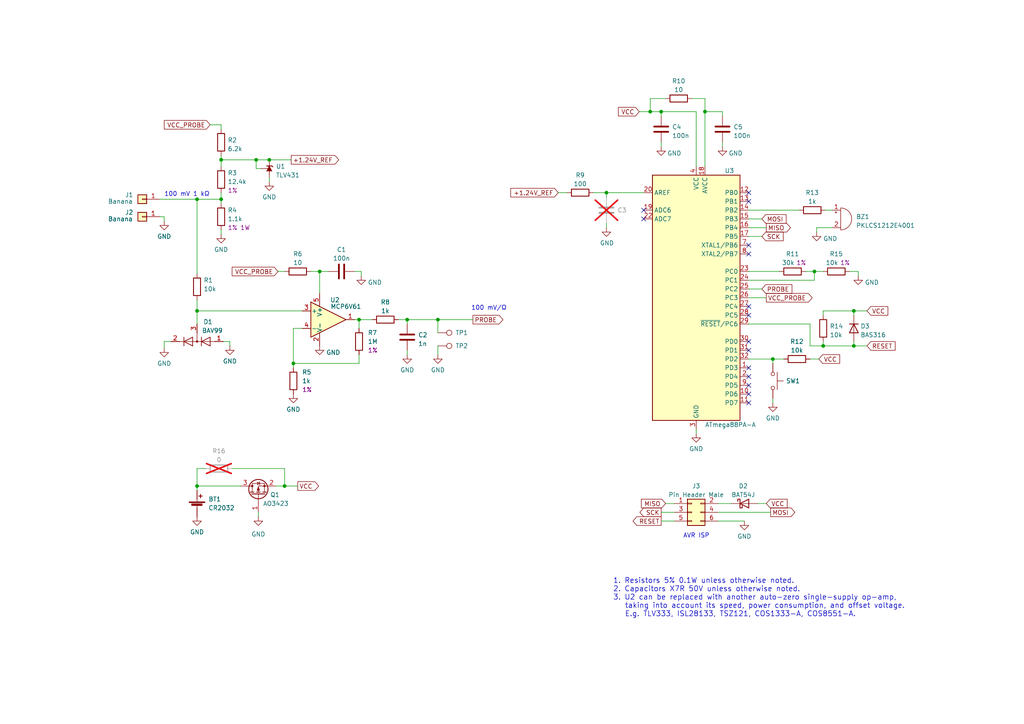
<source format=kicad_sch>
(kicad_sch (version 20250114) (generator "eeschema") (generator_version "9.0")
  (paper "A4")
  (title_block (title "Continuity Tester") (rev "3"))
  (lib_symbols
    (symbol "Amplifier_Operational:OPA333xxDBV" (pin_names (offset 0.127))
      (property "Reference" "U" (at -1.27 6.35 0))
      (property "Value" "OPA333xxDBV" (at -1.27 3.81 0))
      (symbol "OPA333xxDBV_0_1"
        (polyline (pts (xy -5.08 5.08) (xy 5.08 0) (xy -5.08 -5.08) (xy -5.08 5.08)) (stroke (width 0.254)) (fill (type background)))
        (pin power_in line (at -2.54 7.62 270) (length 3.81) (name "V+") (number "5"))
        (pin power_in line (at -2.54 -7.62 90) (length 3.81) (name "V-") (number "2"))
      )
      (symbol "OPA333xxDBV_1_1"
        (pin input line (at -7.62 2.54 0) (length 2.54) (name "+") (number "3"))
        (pin input line (at -7.62 -2.54 0) (length 2.54) (name "-") (number "4"))
        (pin output line (at 7.62 0 180) (length 2.54) (name "~") (number "1"))
      )
    )
    (symbol "Connector:TestPoint" (pin_numbers (hide yes)) (pin_names (offset 0.762) (hide yes))
      (property "Reference" "TP" (at 0 6.858 0))
      (property "Value" "TestPoint" (at 0 5.08 0))
      (symbol "TestPoint_0_1"
        (circle (center 0 3.302) (radius 0.762))
      )
      (symbol "TestPoint_1_1"
        (pin passive line (at 0 0 90) (length 2.54) (name "1") (number "1"))
      )
    )
    (symbol "Connector_Generic:Conn_01x01" (pin_names (offset 1.016) (hide yes))
      (property "Reference" "J" (at 0 2.54 0))
      (property "Value" "Conn_01x01" (at 0 -2.54 0))
      (symbol "Conn_01x01_1_1"
        (rectangle (start -1.27 1.27) (end 1.27 -1.27) (stroke (width 0.254)) (fill (type background)))
        (rectangle (start -1.27 0.127) (end 0 -0.127) (stroke (width 0.1524)))
        (pin passive line (at -5.08 0 0) (length 3.81) (name "Pin_1") (number "1"))
      )
    )
    (symbol "Connector_Generic:Conn_02x03_Odd_Even" (pin_names (offset 1.016) (hide yes))
      (property "Reference" "J" (at 1.27 5.08 0))
      (property "Value" "Conn_02x03_Odd_Even" (at 1.27 -5.08 0))
      (symbol "Conn_02x03_Odd_Even_1_1"
        (rectangle (start -1.27 3.81) (end 3.81 -3.81) (stroke (width 0.254)) (fill (type background)))
        (rectangle (start -1.27 2.667) (end 0 2.413) (stroke (width 0.1524)))
        (rectangle (start -1.27 0.127) (end 0 -0.127) (stroke (width 0.1524)))
        (rectangle (start -1.27 -2.413) (end 0 -2.667) (stroke (width 0.1524)))
        (rectangle (start 3.81 2.667) (end 2.54 2.413) (stroke (width 0.1524)))
        (rectangle (start 3.81 0.127) (end 2.54 -0.127) (stroke (width 0.1524)))
        (rectangle (start 3.81 -2.413) (end 2.54 -2.667) (stroke (width 0.1524)))
        (pin passive line (at -5.08 2.54 0) (length 3.81) (name "Pin_1") (number "1"))
        (pin passive line (at -5.08 0 0) (length 3.81) (name "Pin_3") (number "3"))
        (pin passive line (at -5.08 -2.54 0) (length 3.81) (name "Pin_5") (number "5"))
        (pin passive line (at 7.62 2.54 180) (length 3.81) (name "Pin_2") (number "2"))
        (pin passive line (at 7.62 0 180) (length 3.81) (name "Pin_4") (number "4"))
        (pin passive line (at 7.62 -2.54 180) (length 3.81) (name "Pin_6") (number "6"))
      )
    )
    (symbol "Device:Battery_Cell" (pin_numbers (hide yes)) (pin_names (offset 0) (hide yes))
      (property "Reference" "BT" (at 2.54 2.54 0))
      (property "Value" "Battery_Cell" (at 2.54 0 0))
      (symbol "Battery_Cell_0_1"
        (rectangle (start -2.286 1.778) (end 2.286 1.524) (fill (type outline)))
        (rectangle (start -1.5748 1.1938) (end 1.4732 0.6858) (fill (type outline)))
        (polyline (pts (xy 0 1.778) (xy 0 2.54)))
        (polyline (pts (xy 0 0.762) (xy 0 0)))
        (polyline (pts (xy 0.508 3.429) (xy 1.524 3.429)) (stroke (width 0.254)))
        (polyline (pts (xy 1.016 3.937) (xy 1.016 2.921)) (stroke (width 0.254)))
      )
      (symbol "Battery_Cell_1_1"
        (pin passive line (at 0 5.08 270) (length 2.54) (name "+") (number "1"))
        (pin passive line (at 0 -2.54 90) (length 2.54) (name "-") (number "2"))
      )
    )
    (symbol "Device:Buzzer" (pin_names (offset 0.0254) (hide yes))
      (property "Reference" "BZ" (at 3.81 1.27 0))
      (property "Value" "Buzzer" (at 3.81 -1.27 0))
      (symbol "Buzzer_0_1"
        (polyline (pts (xy -1.651 1.905) (xy -1.143 1.905)))
        (polyline (pts (xy -1.397 2.159) (xy -1.397 1.651)))
        (arc (start 0 3.175) (mid 3.1612 0) (end 0 -3.175))
        (polyline (pts (xy 0 3.175) (xy 0 -3.175)))
      )
      (symbol "Buzzer_1_1"
        (pin passive line (at -2.54 2.54 0) (length 2.54) (name "-") (number "1"))
        (pin passive line (at -2.54 -2.54 0) (length 2.54) (name "+") (number "2"))
      )
    )
    (symbol "Device:C" (pin_numbers (hide yes)) (pin_names (offset 0.254))
      (property "Reference" "C" (at 0.635 2.54 0))
      (property "Value" "C" (at 0.635 -2.54 0))
      (symbol "C_0_1"
        (polyline (pts (xy -2.032 0.762) (xy 2.032 0.762)) (stroke (width 0.508)))
        (polyline (pts (xy -2.032 -0.762) (xy 2.032 -0.762)) (stroke (width 0.508)))
      )
      (symbol "C_1_1"
        (pin passive line (at 0 3.81 270) (length 2.794) (name "~") (number "1"))
        (pin passive line (at 0 -3.81 90) (length 2.794) (name "~") (number "2"))
      )
    )
    (symbol "Device:R" (pin_numbers (hide yes)) (pin_names (offset 0))
      (property "Reference" "R" (at 2.032 0 90))
      (property "Value" "R" (at 0 0 90))
      (symbol "R_0_1"
        (rectangle (start -1.016 -2.54) (end 1.016 2.54) (stroke (width 0.254)))
      )
      (symbol "R_1_1"
        (pin passive line (at 0 3.81 270) (length 1.27) (name "~") (number "1"))
        (pin passive line (at 0 -3.81 90) (length 1.27) (name "~") (number "2"))
      )
    )
    (symbol "Diode:BAS316" (pin_numbers (hide yes)) (pin_names (hide yes))
      (property "Reference" "D" (at 0 2.54 0))
      (property "Value" "BAS316" (at 0 -2.54 0))
      (symbol "BAS316_0_1"
        (polyline (pts (xy -1.27 1.27) (xy -1.27 -1.27)) (stroke (width 0.254)))
        (polyline (pts (xy 1.27 1.27) (xy 1.27 -1.27) (xy -1.27 0) (xy 1.27 1.27)) (stroke (width 0.254)))
        (polyline (pts (xy 1.27 0) (xy -1.27 0)))
      )
      (symbol "BAS316_1_1"
        (pin passive line (at -3.81 0 0) (length 2.54) (name "K") (number "1"))
        (pin passive line (at 3.81 0 180) (length 2.54) (name "A") (number "2"))
      )
    )
    (symbol "Diode:BAT54J" (pin_numbers (hide yes)) (pin_names (offset 1.016) (hide yes))
      (property "Reference" "D" (at 0 2.54 0))
      (property "Value" "BAT54J" (at 0 -2.54 0))
      (symbol "BAT54J_0_1"
        (polyline (pts (xy -1.905 0.635) (xy -1.905 1.27) (xy -1.27 1.27) (xy -1.27 -1.27) (xy -0.635 -1.27) (xy -0.635 -0.635)) (stroke (width 0.254)))
        (polyline (pts (xy 1.27 1.27) (xy 1.27 -1.27) (xy -1.27 0) (xy 1.27 1.27)) (stroke (width 0.254)))
        (polyline (pts (xy 1.27 0) (xy -1.27 0)))
      )
      (symbol "BAT54J_1_1"
        (pin passive line (at -3.81 0 0) (length 2.54) (name "K") (number "1"))
        (pin passive line (at 3.81 0 180) (length 2.54) (name "A") (number "2"))
      )
    )
    (symbol "Diode:BAV99" (pin_names (hide yes))
      (property "Reference" "D" (at 0 5.08 0))
      (property "Value" "BAV99" (at 0 2.54 0))
      (symbol "BAV99_0_1"
        (polyline (pts (xy -5.08 0) (xy 5.08 0)))
      )
      (symbol "BAV99_1_1"
        (polyline (pts (xy -3.81 1.27) (xy -1.27 0) (xy -3.81 -1.27) (xy -3.81 1.27) (xy -3.81 1.27) (xy -3.81 1.27)) (stroke (width 0.2032)))
        (polyline (pts (xy -1.27 -1.27) (xy -1.27 1.27) (xy -1.27 1.27)) (stroke (width 0.2032)))
        (polyline (pts (xy 0 0) (xy 0 -2.54)))
        (circle (center 0 0) (radius 0.254) (fill (type outline)))
        (polyline (pts (xy 1.27 1.27) (xy 3.81 0) (xy 1.27 -1.27) (xy 1.27 1.27) (xy 1.27 1.27) (xy 1.27 1.27)) (stroke (width 0.2032)))
        (polyline (pts (xy 3.81 1.27) (xy 3.81 -1.27) (xy 3.81 -1.27)) (stroke (width 0.2032)))
        (pin passive line (at -7.62 0 0) (length 2.54) (name "K") (number "1"))
        (pin passive line (at 0 -5.08 90) (length 2.54) (name "K") (number "3"))
        (pin passive line (at 7.62 0 180) (length 2.54) (name "A") (number "2"))
      )
    )
    (symbol "GND_1" (power) (pin_numbers (hide yes)) (pin_names (offset 0) (hide yes))
      (property "Value" "GND" (at 0 -3.81 0))
      (symbol "GND_1_0_1"
        (polyline (pts (xy 0 0) (xy 0 -1.27) (xy 1.27 -1.27) (xy 0 -2.54) (xy -1.27 -1.27) (xy 0 -1.27)))
      )
      (symbol "GND_1_1_1"
        (pin power_in line (at 0 0 270) (length 0) (name "~") (number "1"))
      )
    )
    (symbol "MCU_Microchip_ATmega:ATmega88PA-A"
      (property "Reference" "U" (at -12.7 36.83 0))
      (property "Value" "ATmega88PA-A" (at 2.54 -36.83 0))
      (symbol "ATmega88PA-A_0_1"
        (rectangle (start -12.7 -35.56) (end 12.7 35.56) (stroke (width 0.254)) (fill (type background)))
      )
      (symbol "ATmega88PA-A_1_1"
        (pin passive line (at -15.24 30.48 0) (length 2.54) (name "AREF") (number "20"))
        (pin input line (at -15.24 25.4 0) (length 2.54) (name "ADC6") (number "19"))
        (pin input line (at -15.24 22.86 0) (length 2.54) (name "ADC7") (number "22"))
        (pin power_in line (at 0 38.1 270) (length 2.54) (name "VCC") (number "4"))
        (pin passive line (at 0 38.1 270) (length 2.54) (hide yes) (name "VCC") (number "6"))
        (pin passive line (at 0 -38.1 90) (length 2.54) (hide yes) (name "GND") (number "21"))
        (pin power_in line (at 0 -38.1 90) (length 2.54) (name "GND") (number "3"))
        (pin passive line (at 0 -38.1 90) (length 2.54) (hide yes) (name "GND") (number "5"))
        (pin power_in line (at 2.54 38.1 270) (length 2.54) (name "AVCC") (number "18"))
        (pin bidirectional line (at 15.24 30.48 180) (length 2.54) (name "PB0") (number "12"))
        (pin bidirectional line (at 15.24 27.94 180) (length 2.54) (name "PB1") (number "13"))
        (pin bidirectional line (at 15.24 25.4 180) (length 2.54) (name "PB2") (number "14"))
        (pin bidirectional line (at 15.24 22.86 180) (length 2.54) (name "PB3") (number "15"))
        (pin bidirectional line (at 15.24 20.32 180) (length 2.54) (name "PB4") (number "16"))
        (pin bidirectional line (at 15.24 17.78 180) (length 2.54) (name "PB5") (number "17"))
        (pin bidirectional line (at 15.24 15.24 180) (length 2.54) (name "XTAL1/PB6") (number "7"))
        (pin bidirectional line (at 15.24 12.7 180) (length 2.54) (name "XTAL2/PB7") (number "8"))
        (pin bidirectional line (at 15.24 7.62 180) (length 2.54) (name "PC0") (number "23"))
        (pin bidirectional line (at 15.24 5.08 180) (length 2.54) (name "PC1") (number "24"))
        (pin bidirectional line (at 15.24 2.54 180) (length 2.54) (name "PC2") (number "25"))
        (pin bidirectional line (at 15.24 0 180) (length 2.54) (name "PC3") (number "26"))
        (pin bidirectional line (at 15.24 -2.54 180) (length 2.54) (name "PC4") (number "27"))
        (pin bidirectional line (at 15.24 -5.08 180) (length 2.54) (name "PC5") (number "28"))
        (pin bidirectional line (at 15.24 -7.62 180) (length 2.54) (name "~{RESET}/PC6") (number "29"))
        (pin bidirectional line (at 15.24 -12.7 180) (length 2.54) (name "PD0") (number "30"))
        (pin bidirectional line (at 15.24 -15.24 180) (length 2.54) (name "PD1") (number "31"))
        (pin bidirectional line (at 15.24 -17.78 180) (length 2.54) (name "PD2") (number "32"))
        (pin bidirectional line (at 15.24 -20.32 180) (length 2.54) (name "PD3") (number "1"))
        (pin bidirectional line (at 15.24 -22.86 180) (length 2.54) (name "PD4") (number "2"))
        (pin bidirectional line (at 15.24 -25.4 180) (length 2.54) (name "PD5") (number "9"))
        (pin bidirectional line (at 15.24 -27.94 180) (length 2.54) (name "PD6") (number "10"))
        (pin bidirectional line (at 15.24 -30.48 180) (length 2.54) (name "PD7") (number "11"))
      )
    )
    (symbol "Reference_Voltage:TL431DBZ" (pin_numbers (hide yes)) (pin_names (hide yes))
      (property "Reference" "U" (at -2.54 2.54 0))
      (property "Value" "TL431DBZ" (at 0 -2.54 0))
      (symbol "TL431DBZ_0_1"
        (polyline (pts (xy -1.27 0) (xy 0 0) (xy 1.27 0)))
        (polyline (pts (xy -0.762 0.762) (xy 0.762 0) (xy -0.762 -0.762)) (fill (type outline)))
        (polyline (pts (xy 0.508 -1.016) (xy 0.762 -0.762) (xy 0.762 0.762) (xy 0.762 0.762)) (stroke (width 0.254)))
      )
      (symbol "TL431DBZ_1_1"
        (pin passive line (at -2.54 0 0) (length 2.54) (name "A") (number "3"))
        (pin passive line (at 0 2.54 270) (length 2.54) (name "REF") (number "2"))
        (pin passive line (at 2.54 0 180) (length 2.54) (name "K") (number "1"))
      )
    )
    (symbol "Switch:SW_Push" (pin_numbers (hide yes)) (pin_names (offset 1.016) (hide yes))
      (property "Reference" "SW" (at 1.27 2.54 0))
      (property "Value" "SW_Push" (at 0 -1.524 0))
      (symbol "SW_Push_0_1"
        (circle (center -2.032 0) (radius 0.508))
        (polyline (pts (xy 0 1.27) (xy 0 3.048)))
        (circle (center 2.032 0) (radius 0.508))
        (polyline (pts (xy 2.54 1.27) (xy -2.54 1.27)))
        (pin passive line (at -5.08 0 0) (length 2.54) (name "1") (number "1"))
        (pin passive line (at 5.08 0 180) (length 2.54) (name "2") (number "2"))
      )
    )
    (symbol "Transistor_FET:AO3401A" (pin_names (hide yes))
      (property "Reference" "Q" (at 5.08 1.905 0))
      (property "Value" "AO3401A" (at 5.08 0 0))
      (symbol "AO3401A_0_1"
        (polyline (pts (xy 0.254 1.905) (xy 0.254 -1.905)) (stroke (width 0.254)))
        (polyline (pts (xy 0.254 0) (xy -2.54 0)))
        (polyline (pts (xy 0.762 2.286) (xy 0.762 1.27)) (stroke (width 0.254)))
        (polyline (pts (xy 0.762 1.778) (xy 3.302 1.778) (xy 3.302 -1.778) (xy 0.762 -1.778)))
        (polyline (pts (xy 0.762 0.508) (xy 0.762 -0.508)) (stroke (width 0.254)))
        (polyline (pts (xy 0.762 -1.27) (xy 0.762 -2.286)) (stroke (width 0.254)))
        (circle (center 1.651 0) (radius 2.794) (stroke (width 0.254)))
        (polyline (pts (xy 2.286 0) (xy 1.27 0.381) (xy 1.27 -0.381) (xy 2.286 0)) (fill (type outline)))
        (polyline (pts (xy 2.54 2.54) (xy 2.54 1.778)))
        (circle (center 2.54 1.778) (radius 0.254) (fill (type outline)))
        (circle (center 2.54 -1.778) (radius 0.254) (fill (type outline)))
        (polyline (pts (xy 2.54 -2.54) (xy 2.54 0) (xy 0.762 0)))
        (polyline (pts (xy 2.794 -0.508) (xy 2.921 -0.381) (xy 3.683 -0.381) (xy 3.81 -0.254)))
        (polyline (pts (xy 3.302 -0.381) (xy 2.921 0.254) (xy 3.683 0.254) (xy 3.302 -0.381)))
      )
      (symbol "AO3401A_1_1"
        (pin input line (at -5.08 0 0) (length 2.54) (name "G") (number "1"))
        (pin passive line (at 2.54 5.08 270) (length 2.54) (name "D") (number "3"))
        (pin passive line (at 2.54 -5.08 90) (length 2.54) (name "S") (number "2"))
      )
    )
    (symbol "power:GND" (power) (pin_names (offset 0))
      (property "Value" "GND" (at 0 -3.81 0))
      (symbol "GND_0_1"
        (polyline (pts (xy 0 0) (xy 0 -1.27) (xy 1.27 -1.27) (xy 0 -2.54) (xy -1.27 -1.27) (xy 0 -1.27)))
      )
      (symbol "GND_1_1"
        (pin power_in line (at 0 0 270) (length 0) (hide yes) (name "GND") (number "1"))
      )
    )
  )
  (text "100 mV/Ω" (at 136.652 90.17 0) (effects (font (size 1.27 1.27)) (justify left bottom)))
  (text "AVR ISP" (at 198.12 156.21 0) (effects (font (size 1.27 1.27)) (justify left bottom)))
  (text "1. Resistors 5% 0.1W unless otherwise noted.\n2. Capacitors X7R 50V unless otherwise noted.\n3. U2 can be replaced with another auto-zero single-supply op-amp,\n   taking into account its speed, power consumption, and offset voltage.\n   E.g. TLV333, ISL28133, TSZ121, COS1333-A, COS8551-A.\n" (at 177.8 179.07 0) (effects (font (size 1.5 1.5)) (justify left bottom)))
  (text "100 mV 1 kΩ" (at 47.625 57.15 0) (effects (font (size 1.27 1.27)) (justify left bottom)))
  (junction (at 191.77 32.385))
  (junction (at 236.22 78.74))
  (junction (at 204.47 32.385))
  (junction (at 78.105 46.355))
  (junction (at 57.15 90.17))
  (junction (at 104.14 92.71))
  (junction (at 74.295 46.355))
  (junction (at 127 92.71))
  (junction (at 92.71 78.74))
  (junction (at 57.15 57.785))
  (junction (at 247.65 90.17))
  (junction (at 247.65 100.33))
  (junction (at 188.595 32.385))
  (junction (at 57.15 140.97))
  (junction (at 175.895 55.88))
  (junction (at 64.135 57.785))
  (junction (at 238.76 100.33))
  (junction (at 224.155 104.14))
  (junction (at 64.135 46.355))
  (junction (at 85.09 105.41))
  (junction (at 82.55 140.97))
  (junction (at 118.11 92.71))
  (no_connect (at 217.17 71.12))
  (no_connect (at 217.17 88.9))
  (no_connect (at 217.17 114.3))
  (no_connect (at 217.17 91.44))
  (no_connect (at 217.17 58.42))
  (no_connect (at 217.17 99.06))
  (no_connect (at 186.69 60.96))
  (no_connect (at 217.17 109.22))
  (no_connect (at 217.17 101.6))
  (no_connect (at 217.17 106.68))
  (no_connect (at 186.69 63.5))
  (no_connect (at 217.17 55.88))
  (no_connect (at 217.17 73.66))
  (no_connect (at 217.17 111.76))
  (no_connect (at 217.17 116.84))
  (wire (pts (xy 201.93 32.385) (xy 201.93 48.26)))
  (wire (pts (xy 115.57 92.71) (xy 118.11 92.71)))
  (wire (pts (xy 204.47 28.575) (xy 204.47 32.385)))
  (wire (pts (xy 209.55 32.385) (xy 209.55 33.655)))
  (wire (pts (xy 64.135 67.945) (xy 64.135 66.675)))
  (wire (pts (xy 224.155 115.57) (xy 224.155 116.84)))
  (wire (pts (xy 118.11 93.98) (xy 118.11 92.71)))
  (wire (pts (xy 217.17 78.74) (xy 226.06 78.74)))
  (wire (pts (xy 104.775 78.74) (xy 102.87 78.74)))
  (wire (pts (xy 238.76 100.33) (xy 238.76 99.06)))
  (wire (pts (xy 219.71 146.05) (xy 222.25 146.05)))
  (wire (pts (xy 78.105 51.435) (xy 78.105 52.705)))
  (wire (pts (xy 191.77 33.655) (xy 191.77 32.385)))
  (wire (pts (xy 191.77 151.13) (xy 195.58 151.13)))
  (wire (pts (xy 87.63 95.25) (xy 85.09 95.25)))
  (wire (pts (xy 247.65 90.17) (xy 247.65 91.44)))
  (wire (pts (xy 217.17 63.5) (xy 220.98 63.5)))
  (wire (pts (xy 47.625 99.06) (xy 49.53 99.06)))
  (wire (pts (xy 75.565 48.895) (xy 74.295 48.895)))
  (wire (pts (xy 217.17 68.58) (xy 220.98 68.58)))
  (wire (pts (xy 234.95 100.33) (xy 234.95 93.98)))
  (wire (pts (xy 46.355 57.785) (xy 57.15 57.785)))
  (wire (pts (xy 80.01 140.97) (xy 82.55 140.97)))
  (wire (pts (xy 238.76 90.17) (xy 247.65 90.17)))
  (wire (pts (xy 104.14 92.71) (xy 107.95 92.71)))
  (wire (pts (xy 57.15 57.785) (xy 57.15 79.375)))
  (wire (pts (xy 208.28 151.13) (xy 215.9 151.13)))
  (wire (pts (xy 193.04 146.05) (xy 195.58 146.05)))
  (wire (pts (xy 104.14 105.41) (xy 104.14 102.87)))
  (wire (pts (xy 175.895 66.04) (xy 175.895 64.77)))
  (wire (pts (xy 82.55 135.89) (xy 82.55 140.97)))
  (wire (pts (xy 60.96 36.195) (xy 64.135 36.195)))
  (wire (pts (xy 85.09 105.41) (xy 104.14 105.41)))
  (wire (pts (xy 127 100.33) (xy 127 102.87)))
  (wire (pts (xy 161.925 55.88) (xy 164.465 55.88)))
  (wire (pts (xy 227.33 104.14) (xy 224.155 104.14)))
  (wire (pts (xy 247.65 100.33) (xy 238.76 100.33)))
  (wire (pts (xy 246.38 78.74) (xy 248.92 78.74)))
  (wire (pts (xy 175.895 55.88) (xy 186.69 55.88)))
  (wire (pts (xy 238.76 91.44) (xy 238.76 90.17)))
  (wire (pts (xy 247.65 90.17) (xy 251.46 90.17)))
  (wire (pts (xy 127 96.52) (xy 127 92.71)))
  (wire (pts (xy 217.17 66.04) (xy 222.25 66.04)))
  (wire (pts (xy 236.22 78.74) (xy 238.76 78.74)))
  (wire (pts (xy 57.15 142.24) (xy 57.15 140.97)))
  (wire (pts (xy 191.77 148.59) (xy 195.58 148.59)))
  (wire (pts (xy 172.085 55.88) (xy 175.895 55.88)))
  (wire (pts (xy 217.17 60.96) (xy 231.775 60.96)))
  (wire (pts (xy 204.47 32.385) (xy 204.47 48.26)))
  (wire (pts (xy 208.28 148.59) (xy 223.52 148.59)))
  (wire (pts (xy 57.15 135.89) (xy 59.69 135.89)))
  (wire (pts (xy 236.855 66.04) (xy 241.3 66.04)))
  (wire (pts (xy 64.135 46.355) (xy 64.135 48.26)))
  (wire (pts (xy 57.15 90.17) (xy 87.63 90.17)))
  (wire (pts (xy 209.55 41.275) (xy 209.55 42.545)))
  (wire (pts (xy 234.95 93.98) (xy 217.17 93.98)))
  (wire (pts (xy 47.625 62.865) (xy 47.625 64.135)))
  (wire (pts (xy 191.77 32.385) (xy 201.93 32.385)))
  (wire (pts (xy 236.22 81.28) (xy 236.22 78.74)))
  (wire (pts (xy 234.95 104.14) (xy 237.49 104.14)))
  (wire (pts (xy 78.105 46.355) (xy 84.455 46.355)))
  (wire (pts (xy 47.625 62.865) (xy 46.355 62.865)))
  (wire (pts (xy 64.135 59.055) (xy 64.135 57.785)))
  (wire (pts (xy 66.675 100.33) (xy 66.675 99.06)))
  (wire (pts (xy 224.155 104.14) (xy 224.155 105.41)))
  (wire (pts (xy 217.17 81.28) (xy 236.22 81.28)))
  (wire (pts (xy 74.295 48.895) (xy 74.295 46.355)))
  (wire (pts (xy 217.17 86.36) (xy 222.25 86.36)))
  (wire (pts (xy 238.76 100.33) (xy 234.95 100.33)))
  (wire (pts (xy 64.135 45.085) (xy 64.135 46.355)))
  (wire (pts (xy 118.11 92.71) (xy 127 92.71)))
  (wire (pts (xy 82.55 140.97) (xy 86.36 140.97)))
  (wire (pts (xy 78.105 46.355) (xy 74.295 46.355)))
  (wire (pts (xy 90.17 78.74) (xy 92.71 78.74)))
  (wire (pts (xy 208.28 146.05) (xy 212.09 146.05)))
  (wire (pts (xy 127 92.71) (xy 137.16 92.71)))
  (wire (pts (xy 239.395 60.96) (xy 241.3 60.96)))
  (wire (pts (xy 188.595 28.575) (xy 188.595 32.385)))
  (wire (pts (xy 188.595 32.385) (xy 191.77 32.385)))
  (wire (pts (xy 92.71 78.74) (xy 92.71 85.09)))
  (wire (pts (xy 200.66 28.575) (xy 204.47 28.575)))
  (wire (pts (xy 74.295 46.355) (xy 64.135 46.355)))
  (wire (pts (xy 201.93 124.46) (xy 201.93 125.73)))
  (wire (pts (xy 193.04 28.575) (xy 188.595 28.575)))
  (wire (pts (xy 104.775 78.74) (xy 104.775 80.01)))
  (wire (pts (xy 85.09 106.68) (xy 85.09 105.41)))
  (wire (pts (xy 92.71 78.74) (xy 95.25 78.74)))
  (wire (pts (xy 247.65 100.33) (xy 247.65 99.06)))
  (wire (pts (xy 57.15 86.995) (xy 57.15 90.17)))
  (wire (pts (xy 236.855 67.31) (xy 236.855 66.04)))
  (wire (pts (xy 80.645 78.74) (xy 82.55 78.74)))
  (wire (pts (xy 217.17 104.14) (xy 224.155 104.14)))
  (wire (pts (xy 57.15 57.785) (xy 64.135 57.785)))
  (wire (pts (xy 191.77 41.275) (xy 191.77 42.545)))
  (wire (pts (xy 248.92 78.74) (xy 248.92 80.01)))
  (wire (pts (xy 67.31 135.89) (xy 82.55 135.89)))
  (wire (pts (xy 185.42 32.385) (xy 188.595 32.385)))
  (wire (pts (xy 64.135 37.465) (xy 64.135 36.195)))
  (wire (pts (xy 57.15 135.89) (xy 57.15 140.97)))
  (wire (pts (xy 209.55 32.385) (xy 204.47 32.385)))
  (wire (pts (xy 247.65 100.33) (xy 251.46 100.33)))
  (wire (pts (xy 85.09 95.25) (xy 85.09 105.41)))
  (wire (pts (xy 104.14 92.71) (xy 102.87 92.71)))
  (wire (pts (xy 57.15 90.17) (xy 57.15 93.98)))
  (wire (pts (xy 175.895 57.15) (xy 175.895 55.88)))
  (wire (pts (xy 64.77 99.06) (xy 66.675 99.06)))
  (wire (pts (xy 47.625 100.965) (xy 47.625 99.06)))
  (wire (pts (xy 57.15 140.97) (xy 69.85 140.97)))
  (wire (pts (xy 217.17 83.82) (xy 220.98 83.82)))
  (wire (pts (xy 104.14 95.25) (xy 104.14 92.71)))
  (wire (pts (xy 74.93 149.86) (xy 74.93 148.59)))
  (wire (pts (xy 118.11 102.87) (xy 118.11 101.6)))
  (wire (pts (xy 64.135 55.88) (xy 64.135 57.785)))
  (wire (pts (xy 233.68 78.74) (xy 236.22 78.74)))
  (global_label "VCC" (shape input) (at 222.25 146.05 0) (property "Intersheetrefs" "${INTERSHEET_REFS}" (effects (hide yes))))
  (global_label "VCC" (shape input) (at 251.46 90.17 0) (property "Intersheetrefs" "${INTERSHEET_REFS}" (effects (hide yes))))
  (global_label "SCK" (shape output) (at 191.77 148.59 180) (property "Intersheetrefs" "${INTERSHEET_REFS}" (effects (hide yes))))
  (global_label "+1.24V_REF" (shape input) (at 161.925 55.88 180) (property "Intersheetrefs" "${INTERSHEET_REFS}" (effects (hide yes))))
  (global_label "VCC" (shape input) (at 185.42 32.385 180) (property "Intersheetrefs" "${INTERSHEET_REFS}" (effects (hide yes))))
  (global_label "MOSI" (shape input) (at 220.98 63.5 0) (property "Intersheetrefs" "${INTERSHEET_REFS}" (effects (hide yes))))
  (global_label "VCC_PROBE" (shape input) (at 60.96 36.195 180) (property "Intersheetrefs" "${INTERSHEET_REFS}" (effects (hide yes))))
  (global_label "RESET" (shape output) (at 191.77 151.13 180) (property "Intersheetrefs" "${INTERSHEET_REFS}" (effects (hide yes))))
  (global_label "VCC" (shape input) (at 237.49 104.14 0) (property "Intersheetrefs" "${INTERSHEET_REFS}" (effects (hide yes))))
  (global_label "PROBE" (shape input) (at 220.98 83.82 0) (property "Intersheetrefs" "${INTERSHEET_REFS}" (effects (hide yes))))
  (global_label "PROBE" (shape output) (at 137.16 92.71 0) (property "Intersheetrefs" "${INTERSHEET_REFS}" (effects (hide yes))))
  (global_label "VCC" (shape output) (at 86.36 140.97 0) (property "Intersheetrefs" "${INTERSHEET_REFS}" (effects (hide yes))))
  (global_label "VCC_PROBE" (shape output) (at 222.25 86.36 0) (property "Intersheetrefs" "${INTERSHEET_REFS}" (effects (hide yes))))
  (global_label "RESET" (shape input) (at 251.46 100.33 0) (property "Intersheetrefs" "${INTERSHEET_REFS}" (effects (hide yes))))
  (global_label "MISO" (shape output) (at 222.25 66.04 0) (property "Intersheetrefs" "${INTERSHEET_REFS}" (effects (hide yes))))
  (global_label "MISO" (shape input) (at 193.04 146.05 180) (property "Intersheetrefs" "${INTERSHEET_REFS}" (effects (hide yes))))
  (global_label "MOSI" (shape output) (at 223.52 148.59 0) (property "Intersheetrefs" "${INTERSHEET_REFS}" (effects (hide yes))))
  (global_label "SCK" (shape input) (at 220.98 68.58 0) (property "Intersheetrefs" "${INTERSHEET_REFS}" (effects (hide yes))))
  (global_label "+1.24V_REF" (shape output) (at 84.455 46.355 0) (property "Intersheetrefs" "${INTERSHEET_REFS}" (effects (hide yes))))
  (global_label "VCC_PROBE" (shape input) (at 80.645 78.74 180) (property "Intersheetrefs" "${INTERSHEET_REFS}" (effects (hide yes))))
  (symbol (lib_id "power:GND") (at 104.775 80.01 0) (mirror y) (unit 1)
    (property "Reference" "#PWR09" (effects (hide yes)))
    (property "Value" "GND" (at 106.68 81.915 0) (effects (justify right)))
  )
  (symbol (lib_id "Device:R") (at 238.76 95.25 0) (unit 1)
    (property "Reference" "R14" (at 240.665 94.615 0) (effects (justify left)))
    (property "Value" "10k" (at 240.665 97.155 0) (effects (justify left)))
    (property "Footprint" "Resistor_SMD:R_0603_1608Metric" (effects (hide yes)))
  )
  (symbol (lib_id "Diode:BAS316") (at 247.65 95.25 270) (unit 1)
    (property "Reference" "D3" (at 249.555 94.615 90) (effects (justify left)))
    (property "Value" "BAS316" (at 249.555 97.155 90) (effects (justify left)))
    (property "Footprint" "Diode_SMD:D_SOD-323" (effects (hide yes)))
    (property "Datasheet" "https://assets.nexperia.com/documents/data-sheet/BAS16_SER.pdf" (effects (hide yes)))
    (property "Sim.Device" "D" (effects (hide yes)))
    (property "Sim.Pins" "1=K 2=A" (effects (hide yes)))
  )
  (symbol (lib_id "Amplifier_Operational:OPA333xxDBV") (at 95.25 92.71 0) (unit 1)
    (property "Reference" "U2" (at 97.155 86.995 0))
    (property "Value" "MCP6V61" (at 100.33 88.9 0))
    (property "Footprint" "Package_TO_SOT_SMD:SOT-23-5" (effects (hide yes)))
  )
  (symbol (lib_id "power:GND") (at 118.11 102.87 0) (unit 1)
    (property "Reference" "#PWR010" (effects (hide yes)))
    (property "Value" "GND" (at 118.11 107.315 0))
  )
  (symbol (lib_id "power:GND") (at 209.55 42.545 0) (unit 1)
    (property "Reference" "#PWR015" (effects (hide yes)))
    (property "Value" "GND" (at 213.36 44.45 0))
  )
  (symbol (lib_id "power:GND") (at 85.09 114.3 0) (unit 1)
    (property "Reference" "#PWR07" (effects (hide yes)))
    (property "Value" "GND" (at 85.09 118.745 0))
  )
  (symbol (lib_id "power:GND") (at 127 102.87 0) (unit 1)
    (property "Reference" "#PWR011" (effects (hide yes)))
    (property "Value" "GND" (at 127 107.315 0))
  )
  (symbol (lib_id "Connector:TestPoint") (at 127 100.33 270) (unit 1)
    (property "Reference" "TP2" (at 132.08 100.33 90) (effects (justify left)))
    (property "Value" "TestPoint" (effects (hide yes)))
    (property "Footprint" "TestPoint:TestPoint_Loop_D3.50mm_Drill0.9mm_Beaded" (effects (hide yes)))
  )
  (symbol (lib_id "Connector_Generic:Conn_01x01") (at 41.275 62.865 180) (unit 1)
    (property "Reference" "J2" (at 37.465 61.595 0))
    (property "Value" "Banana" (at 34.925 63.5 0))
    (property "Footprint" "Connector:Banana_Cliff_FCR7350x_S16N-PC_Horizontal" (effects (hide yes)))
  )
  (symbol (lib_id "Diode:BAV99") (at 57.15 99.06 180) (unit 1)
    (property "Reference" "D1" (at 60.325 93.345 0))
    (property "Value" "BAV99" (at 61.595 95.885 0))
    (property "Footprint" "Package_TO_SOT_SMD:SOT-23" (effects (hide yes)))
    (property "Datasheet" "https://assets.nexperia.com/documents/data-sheet/BAV99_SER.pdf" (effects (hide yes)))
  )
  (symbol (lib_id "power:GND") (at 191.77 42.545 0) (unit 1)
    (property "Reference" "#PWR013" (effects (hide yes)))
    (property "Value" "GND" (at 195.58 44.45 0))
  )
  (symbol (lib_id "Device:R") (at 111.76 92.71 90) (unit 1)
    (property "Reference" "R8" (at 111.76 87.63 90))
    (property "Value" "1k" (at 111.76 90.17 90))
    (property "Footprint" "Resistor_SMD:R_0603_1608Metric" (effects (hide yes)))
  )
  (symbol (lib_id "Device:R") (at 235.585 60.96 90) (unit 1)
    (property "Reference" "R13" (at 235.585 55.88 90))
    (property "Value" "1k" (at 235.585 58.42 90))
    (property "Footprint" "Resistor_SMD:R_0603_1608Metric" (effects (hide yes)))
  )
  (symbol (lib_id "power:GND") (at 236.855 67.31 0) (unit 1)
    (property "Reference" "#PWR018" (effects (hide yes)))
    (property "Value" "GND" (at 238.76 69.215 0) (effects (justify left)))
  )
  (symbol (lib_id "Device:C") (at 209.55 37.465 0) (unit 1)
    (property "Reference" "C5" (at 212.725 36.83 0) (effects (justify left)))
    (property "Value" "100n" (at 212.725 39.37 0) (effects (justify left)))
    (property "Footprint" "Capacitor_SMD:C_0603_1608Metric" (effects (hide yes)))
  )
  (symbol (lib_id "power:GND") (at 57.15 149.86 0) (unit 1)
    (property "Reference" "#PWR03" (effects (hide yes)))
    (property "Value" "GND" (at 57.15 154.305 0))
  )
  (symbol (lib_id "power:GND") (at 47.625 100.965 0) (unit 1)
    (property "Reference" "#PWR02" (effects (hide yes)))
    (property "Value" "GND" (at 47.625 105.41 0))
  )
  (symbol (lib_id "Device:R") (at 86.36 78.74 90) (unit 1)
    (property "Reference" "R6" (at 86.36 73.66 90))
    (property "Value" "10" (at 86.36 76.2 90))
    (property "Footprint" "Resistor_SMD:R_0603_1608Metric" (effects (hide yes)))
  )
  (symbol (lib_id "power:GND") (at 201.93 125.73 0) (unit 1)
    (property "Reference" "#PWR014" (effects (hide yes)))
    (property "Value" "GND" (at 201.93 130.175 0))
  )
  (symbol (lib_id "Device:R") (at 229.87 78.74 90) (unit 1)
    (property "Reference" "R11" (at 229.87 73.66 90))
    (property "Value" "30k" (at 228.6 76.2 90))
    (property "Footprint" "Resistor_SMD:R_0603_1608Metric" (effects (hide yes)))
    (property "Note" "1%" (at 232.41 76.2 90))
  )
  (symbol (lib_id "Connector_Generic:Conn_02x03_Odd_Even") (at 200.66 148.59 0) (unit 1)
    (property "Reference" "J3" (at 201.93 140.97 0))
    (property "Value" "Pin Header Male" (at 201.93 143.51 0))
    (property "Footprint" "Connector_PinHeader_2.54mm:PinHeader_2x03_P2.54mm_Vertical" (effects (hide yes)))
  )
  (symbol (lib_id "Device:R") (at 104.14 99.06 180) (unit 1)
    (property "Reference" "R7" (at 106.68 96.52 0) (effects (justify right)))
    (property "Value" "1M" (at 106.68 99.06 0) (effects (justify right)))
    (property "Footprint" "Resistor_SMD:R_0603_1608Metric" (effects (hide yes)))
    (property "Note" "1%" (at 106.68 101.6 0) (effects (justify right)))
  )
  (symbol (lib_id "Device:C") (at 118.11 97.79 0) (unit 1)
    (property "Reference" "C2" (at 121.285 97.155 0) (effects (justify left)))
    (property "Value" "1n" (at 121.285 99.695 0) (effects (justify left)))
    (property "Footprint" "Capacitor_SMD:C_0603_1608Metric" (effects (hide yes)))
  )
  (symbol (lib_id "Connector_Generic:Conn_01x01") (at 41.275 57.785 180) (unit 1)
    (property "Reference" "J1" (at 37.465 56.515 0))
    (property "Value" "Banana" (at 34.925 58.42 0))
    (property "Footprint" "Connector:Banana_Cliff_FCR7350x_S16N-PC_Horizontal" (effects (hide yes)))
  )
  (symbol (lib_id "MCU_Microchip_ATmega:ATmega88PA-A") (at 201.93 86.36 0) (unit 1)
    (property "Reference" "U3" (at 210.185 49.53 0) (effects (justify left)))
    (property "Value" "ATmega88PA-A" (at 204.47 123.19 0) (effects (justify left)))
    (property "Footprint" "Package_QFP:TQFP-32_7x7mm_P0.8mm" (effects (hide yes)))
    (property "Datasheet" "http://ww1.microchip.com/downloads/en/DeviceDoc/ATmega48PA_88PA_168PA-Data-Sheet-40002011A.pdf" (effects (hide yes)))
  )
  (symbol (lib_id "power:GND") (at 175.895 66.04 0) (unit 1)
    (property "Reference" "#PWR012" (effects (hide yes)))
    (property "Value" "GND" (at 173.99 70.485 0) (effects (justify left)))
  )
  (symbol (lib_name "GND_1") (lib_id "power:GND") (at 74.93 149.86 0) (unit 1)
    (property "Reference" "#PWR020" (effects (hide yes)))
    (property "Value" "GND" (at 74.93 154.94 0))
    (property "Description" "Power symbol creates a global label with name \"GND\" , ground" (effects (hide yes)))
  )
  (symbol (lib_id "Device:C") (at 99.06 78.74 90) (mirror x) (unit 1)
    (property "Reference" "C1" (at 99.06 72.39 90))
    (property "Value" "100n" (at 99.06 74.93 90))
    (property "Footprint" "Capacitor_SMD:C_0603_1608Metric" (effects (hide yes)))
  )
  (symbol (lib_id "Device:R") (at 64.135 41.275 0) (unit 1)
    (property "Reference" "R2" (at 66.04 40.64 0) (effects (justify left)))
    (property "Value" "6.2k" (at 66.04 43.18 0) (effects (justify left)))
    (property "Footprint" "Resistor_SMD:R_0603_1608Metric" (effects (hide yes)))
  )
  (symbol (lib_id "Device:C") (at 175.895 60.96 0) (unit 1) (in_bom no) (dnp yes)
    (property "Reference" "C3" (at 179.07 60.96 0) (effects (justify left)))
    (property "Footprint" "Capacitor_SMD:C_0603_1608Metric" (effects (hide yes)))
  )
  (symbol (lib_id "Device:R") (at 64.135 62.865 0) (unit 1)
    (property "Reference" "R4" (at 66.04 60.96 0) (effects (justify left)))
    (property "Value" "1.1k" (at 66.04 63.5 0) (effects (justify left)))
    (property "Footprint" "Resistor_SMD:R_2512_6332Metric" (effects (hide yes)))
    (property "Note" "1% 1W" (at 66.04 66.04 0) (effects (justify left)))
  )
  (symbol (lib_id "Device:R") (at 63.5 135.89 90) (unit 1) (in_bom no) (dnp yes)
    (property "Reference" "R16" (at 63.5 130.81 90))
    (property "Value" "0" (at 63.5 133.35 90))
    (property "Footprint" "Resistor_SMD:R_0603_1608Metric" (effects (hide yes)))
  )
  (symbol (lib_id "Device:R") (at 168.275 55.88 270) (unit 1)
    (property "Reference" "R9" (at 168.275 50.8 90))
    (property "Value" "100" (at 168.275 53.34 90))
    (property "Footprint" "Resistor_SMD:R_0603_1608Metric" (effects (hide yes)))
  )
  (symbol (lib_id "power:GND") (at 66.675 100.33 0) (unit 1)
    (property "Reference" "#PWR05" (effects (hide yes)))
    (property "Value" "GND" (at 66.675 104.775 0))
  )
  (symbol (lib_id "power:GND") (at 64.135 67.945 0) (unit 1)
    (property "Reference" "#PWR04" (effects (hide yes)))
    (property "Value" "GND" (at 64.135 72.39 0))
  )
  (symbol (lib_id "power:GND") (at 224.155 116.84 0) (unit 1)
    (property "Reference" "#PWR017" (effects (hide yes)))
    (property "Value" "GND" (at 224.155 121.285 0))
  )
  (symbol (lib_id "Device:Battery_Cell") (at 57.15 147.32 0) (unit 1)
    (property "Reference" "BT1" (at 60.452 144.78 0) (effects (justify left)))
    (property "Value" "CR2032" (at 60.452 147.32 0) (effects (justify left)))
    (property "Footprint" "Battery:BatteryHolder_MPD_BC2003_1x2032" (effects (hide yes)))
  )
  (symbol (lib_id "Device:R") (at 196.85 28.575 90) (unit 1)
    (property "Reference" "R10" (at 196.85 23.495 90))
    (property "Value" "10" (at 196.85 26.035 90))
    (property "Footprint" "Resistor_SMD:R_0603_1608Metric" (effects (hide yes)))
  )
  (symbol (lib_id "Device:Buzzer") (at 243.84 63.5 0) (unit 1)
    (property "Reference" "BZ1" (at 248.285 62.865 0) (effects (justify left)))
    (property "Value" "PKLCS1212E4001" (at 248.285 65.405 0) (effects (justify left)))
    (property "Footprint" "Buzzer_Beeper:Buzzer_Murata_PKLCS1212E" (effects (hide yes)))
  )
  (symbol (lib_id "power:GND") (at 92.71 100.33 0) (unit 1)
    (property "Reference" "#PWR08" (effects (hide yes)))
    (property "Value" "GND" (at 94.615 102.235 0) (effects (justify left)))
  )
  (symbol (lib_id "Diode:BAT54J") (at 215.9 146.05 0) (unit 1)
    (property "Reference" "D2" (at 215.5825 140.97 0))
    (property "Value" "BAT54J" (at 215.5825 143.51 0))
    (property "Footprint" "Diode_SMD:D_SOD-323F" (effects (hide yes)))
    (property "Datasheet" "https://assets.nexperia.com/documents/data-sheet/BAT54J.pdf" (effects (hide yes)))
  )
  (symbol (lib_id "Reference_Voltage:TL431DBZ") (at 78.105 48.895 90) (unit 1)
    (property "Reference" "U1" (at 80.01 48.26 90) (effects (justify right)))
    (property "Value" "TLV431" (at 80.01 50.8 90) (effects (justify right)))
    (property "Footprint" "Package_TO_SOT_SMD:SOT-23" (effects (hide yes)))
  )
  (symbol (lib_id "Switch:SW_Push") (at 224.155 110.49 270) (unit 1)
    (property "Reference" "SW1" (at 227.965 110.49 90) (effects (justify left)))
    (property "Value" "Tactile Button" (effects (hide yes)))
    (property "Footprint" "Button_Switch_THT:SW_PUSH_6mm" (effects (hide yes)))
    (property "Note" "Height 15mm" (effects (hide yes)))
  )
  (symbol (lib_id "Device:R") (at 64.135 52.07 0) (unit 1)
    (property "Reference" "R3" (at 66.04 50.165 0) (effects (justify left)))
    (property "Value" "12.4k" (at 66.04 52.705 0) (effects (justify left)))
    (property "Footprint" "Resistor_SMD:R_0603_1608Metric" (effects (hide yes)))
    (property "Note" "1%" (at 66.04 55.245 0) (effects (justify left)))
  )
  (symbol (lib_id "power:GND") (at 78.105 52.705 0) (unit 1)
    (property "Reference" "#PWR06" (effects (hide yes)))
    (property "Value" "GND" (at 78.105 57.15 0))
  )
  (symbol (lib_id "power:GND") (at 248.92 80.01 0) (unit 1)
    (property "Reference" "#PWR019" (effects (hide yes)))
    (property "Value" "GND" (at 250.825 81.915 0) (effects (justify left)))
  )
  (symbol (lib_id "Device:R") (at 57.15 83.185 0) (unit 1)
    (property "Reference" "R1" (at 59.055 81.28 0) (effects (justify left)))
    (property "Value" "10k" (at 59.055 83.82 0) (effects (justify left)))
    (property "Footprint" "Resistor_SMD:R_0603_1608Metric" (effects (hide yes)))
  )
  (symbol (lib_id "Device:R") (at 231.14 104.14 270) (unit 1)
    (property "Reference" "R12" (at 231.14 99.06 90))
    (property "Value" "10k" (at 231.14 101.6 90))
    (property "Footprint" "Resistor_SMD:R_0603_1608Metric" (effects (hide yes)))
  )
  (symbol (lib_id "Transistor_FET:AO3401A") (at 74.93 143.51 90) (unit 1)
    (property "Reference" "Q1" (at 79.756 143.51 90))
    (property "Value" "AO3423" (at 80.01 146.05 90))
    (property "Footprint" "Package_TO_SOT_SMD:SOT-23" (effects (hide yes)))
  )
  (symbol (lib_id "Device:R") (at 85.09 110.49 0) (unit 1)
    (property "Reference" "R5" (at 87.63 107.95 0) (effects (justify left)))
    (property "Value" "1k" (at 87.63 110.49 0) (effects (justify left)))
    (property "Footprint" "Resistor_SMD:R_0603_1608Metric" (effects (hide yes)))
    (property "Note" "1%" (at 87.63 113.03 0) (effects (justify left)))
  )
  (symbol (lib_id "Connector:TestPoint") (at 127 96.52 270) (unit 1)
    (property "Reference" "TP1" (at 132.08 96.52 90) (effects (justify left)))
    (property "Value" "TestPoint" (effects (hide yes)))
    (property "Footprint" "TestPoint:TestPoint_Loop_D3.50mm_Drill0.9mm_Beaded" (effects (hide yes)))
  )
  (symbol (lib_id "power:GND") (at 215.9 151.13 0) (unit 1)
    (property "Reference" "#PWR016" (effects (hide yes)))
    (property "Value" "GND" (at 215.9 155.575 0))
  )
  (symbol (lib_id "Device:R") (at 242.57 78.74 90) (unit 1)
    (property "Reference" "R15" (at 242.57 73.66 90))
    (property "Value" "10k" (at 241.3 76.2 90))
    (property "Footprint" "Resistor_SMD:R_0603_1608Metric" (effects (hide yes)))
    (property "Note" "1%" (at 245.11 76.2 90))
  )
  (symbol (lib_id "Device:C") (at 191.77 37.465 0) (unit 1)
    (property "Reference" "C4" (at 194.945 36.83 0) (effects (justify left)))
    (property "Value" "100n" (at 194.945 39.37 0) (effects (justify left)))
    (property "Footprint" "Capacitor_SMD:C_0603_1608Metric" (effects (hide yes)))
  )
  (symbol (lib_id "power:GND") (at 47.625 64.135 0) (unit 1)
    (property "Reference" "#PWR01" (effects (hide yes)))
    (property "Value" "GND" (at 47.625 68.58 0))
  )
)
</source>
